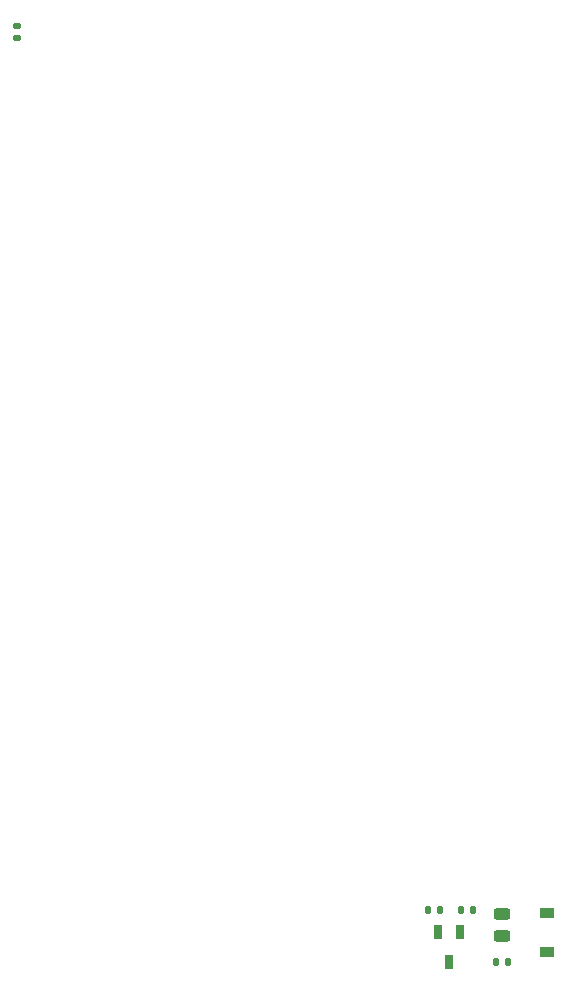
<source format=gbr>
%TF.GenerationSoftware,KiCad,Pcbnew,(6.0.0-0)*%
%TF.CreationDate,2022-12-02T08:06:54+01:00*%
%TF.ProjectId,prototype-2,70726f74-6f74-4797-9065-2d322e6b6963,rev?*%
%TF.SameCoordinates,Original*%
%TF.FileFunction,Paste,Top*%
%TF.FilePolarity,Positive*%
%FSLAX46Y46*%
G04 Gerber Fmt 4.6, Leading zero omitted, Abs format (unit mm)*
G04 Created by KiCad (PCBNEW (6.0.0-0)) date 2022-12-02 08:06:54*
%MOMM*%
%LPD*%
G01*
G04 APERTURE LIST*
G04 Aperture macros list*
%AMRoundRect*
0 Rectangle with rounded corners*
0 $1 Rounding radius*
0 $2 $3 $4 $5 $6 $7 $8 $9 X,Y pos of 4 corners*
0 Add a 4 corners polygon primitive as box body*
4,1,4,$2,$3,$4,$5,$6,$7,$8,$9,$2,$3,0*
0 Add four circle primitives for the rounded corners*
1,1,$1+$1,$2,$3*
1,1,$1+$1,$4,$5*
1,1,$1+$1,$6,$7*
1,1,$1+$1,$8,$9*
0 Add four rect primitives between the rounded corners*
20,1,$1+$1,$2,$3,$4,$5,0*
20,1,$1+$1,$4,$5,$6,$7,0*
20,1,$1+$1,$6,$7,$8,$9,0*
20,1,$1+$1,$8,$9,$2,$3,0*%
G04 Aperture macros list end*
%ADD10RoundRect,0.135000X-0.135000X-0.185000X0.135000X-0.185000X0.135000X0.185000X-0.135000X0.185000X0*%
%ADD11R,0.700000X1.250013*%
%ADD12RoundRect,0.135000X-0.185000X0.135000X-0.185000X-0.135000X0.185000X-0.135000X0.185000X0.135000X0*%
%ADD13RoundRect,0.243750X-0.456250X0.243750X-0.456250X-0.243750X0.456250X-0.243750X0.456250X0.243750X0*%
%ADD14RoundRect,0.135000X0.135000X0.185000X-0.135000X0.185000X-0.135000X-0.185000X0.135000X-0.185000X0*%
%ADD15R,1.200000X0.900000*%
G04 APERTURE END LIST*
D10*
%TO.C,R4*%
X197981920Y-132070000D03*
X199001920Y-132070000D03*
%TD*%
%TO.C,R2*%
X195071920Y-127625000D03*
X196091920Y-127625000D03*
%TD*%
D11*
%TO.C,Q1*%
X193096958Y-129550318D03*
X194996882Y-129550318D03*
X194046920Y-132049682D03*
%TD*%
D12*
%TO.C,R1*%
X157480000Y-52830000D03*
X157480000Y-53850000D03*
%TD*%
D13*
%TO.C,D1*%
X198491920Y-127957500D03*
X198491920Y-129832500D03*
%TD*%
D14*
%TO.C,R3*%
X193286920Y-127625000D03*
X192266920Y-127625000D03*
%TD*%
D15*
%TO.C,D2*%
X202301920Y-131180000D03*
X202301920Y-127880000D03*
%TD*%
M02*

</source>
